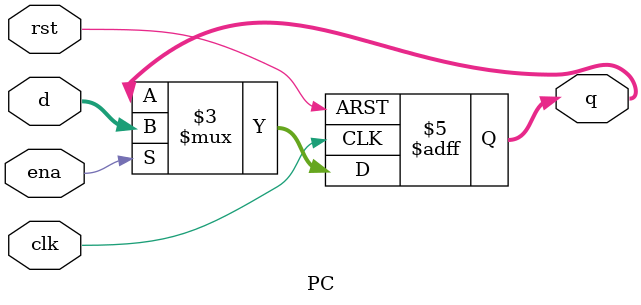
<source format=v>
`timescale 1ns / 1ps


module PC #(parameter WIDTH=8)(
	input wire clk,rst,ena,
	input wire[WIDTH-1:0] d,
	output reg [WIDTH-1:0] q
);
	initial begin
		q<=32'hbfc00000;
	end
	always @(posedge clk,posedge rst) begin
		if(rst) begin
			q<=32'hbfc00000;
		end else begin
			if(ena) begin
				q<=d;
			end
		end
	end
endmodule 

</source>
